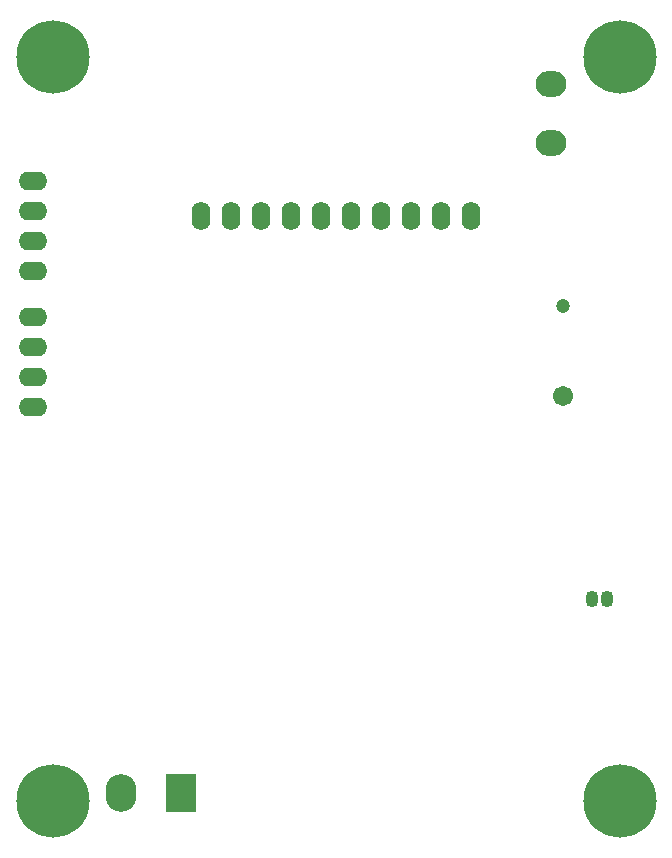
<source format=gbs>
G04*
G04 #@! TF.GenerationSoftware,Altium Limited,Altium Designer,22.3.1 (43)*
G04*
G04 Layer_Color=16711935*
%FSLAX44Y44*%
%MOMM*%
G71*
G04*
G04 #@! TF.SameCoordinates,ED8E76AF-2C1D-4F3D-8887-468E79F1A133*
G04*
G04*
G04 #@! TF.FilePolarity,Negative*
G04*
G01*
G75*
%ADD64C,6.2000*%
%ADD66O,1.1000X1.4000*%
%ADD67C,1.7032*%
%ADD68C,1.2032*%
%ADD71C,1.0032*%
%ADD97O,2.6032X3.2032*%
%ADD98R,2.6032X3.2032*%
%ADD99O,2.4032X1.6032*%
%ADD100O,2.6032X2.2032*%
%ADD101O,1.6000X2.4000*%
D64*
X515000Y35000D02*
D03*
X35000D02*
D03*
X515000Y665000D02*
D03*
X35000D02*
D03*
D66*
X492000Y206000D02*
D03*
X504000D02*
D03*
D67*
X467000Y378000D02*
D03*
D68*
Y454000D02*
D03*
D71*
X531971Y51971D02*
D03*
X498030Y18030D02*
D03*
X539000Y35000D02*
D03*
X491000D02*
D03*
X531971Y18030D02*
D03*
X498030Y51971D02*
D03*
X515000Y59000D02*
D03*
Y11000D02*
D03*
X51971Y51971D02*
D03*
X18030Y18030D02*
D03*
X59000Y35000D02*
D03*
X11000D02*
D03*
X51971Y18030D02*
D03*
X18030Y51971D02*
D03*
X35000Y59000D02*
D03*
Y11000D02*
D03*
X531971Y681971D02*
D03*
X498030Y648029D02*
D03*
X539000Y665000D02*
D03*
X491000D02*
D03*
X531971Y648029D02*
D03*
X498030Y681971D02*
D03*
X515000Y689000D02*
D03*
Y641000D02*
D03*
X51971Y681971D02*
D03*
X18030Y648029D02*
D03*
X59000Y665000D02*
D03*
X11000D02*
D03*
X51971Y648029D02*
D03*
X18030Y681971D02*
D03*
X35000Y689000D02*
D03*
Y641000D02*
D03*
D97*
X92600Y42000D02*
D03*
D98*
X143400D02*
D03*
D99*
X18000Y445100D02*
D03*
Y419700D02*
D03*
Y394300D02*
D03*
Y368900D02*
D03*
Y560100D02*
D03*
Y534700D02*
D03*
Y509300D02*
D03*
Y483900D02*
D03*
D100*
X457000Y642000D02*
D03*
Y592000D02*
D03*
D101*
X160700Y530000D02*
D03*
X186100D02*
D03*
X211500D02*
D03*
X236900D02*
D03*
X262300D02*
D03*
X287700D02*
D03*
X313100D02*
D03*
X338500D02*
D03*
X363900D02*
D03*
X389300D02*
D03*
M02*

</source>
